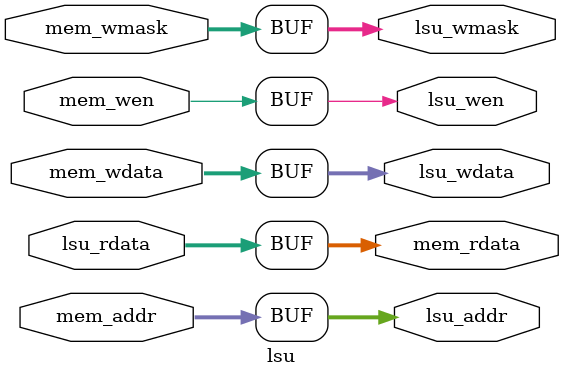
<source format=v>
/*
LSU(Load-Store Unit): 
负责根据控制信号控制存储器, 从存储器中读出数据, 或将数据写入存储器
*/
module lsu (

    input        mem_wen,
    input [31:0] mem_addr,
    input [31:0] mem_wdata,
    input [3:0]  mem_wmask,
    output [31:0] mem_rdata,
    output [31:0] lsu_addr,
    output        lsu_wen,
    output [31:0] lsu_wdata,
    output [3:0]  lsu_wmask,
    input  [31:0] lsu_rdata
);
    assign lsu_addr   = mem_addr;
    assign lsu_wen    = mem_wen;
    assign lsu_wdata  = mem_wdata;
    assign lsu_wmask  = mem_wmask;
    assign mem_rdata  = lsu_rdata;

endmodule

// module lsu (
//     input               clk,        // 时钟信号（用于写操作的时序控制）
//     input               mem_valid,  // 内存访问有效标志
//     input               mem_wen,    // 内存写使能（1为写，0为读）
//     input       [31:0]  mem_raddr,  // 内存读地址
//     input       [31:0]  mem_waddr,  // 内存写地址
//     input       [31:0]  mem_wdata,  // 内存写数据
//     input       [3:0]   mem_wmask,  // 内存写掩码（字节使能）
//     output reg  [31:0]  mem_rdata   // 内存读数据输出
// );
//     import "DPI-C" function int pmem_read(input int raddr);
//     import "DPI-C" function void pmem_write(
//         input int mem_waddr, input int mem_wdata, input byte mem_wmask);

//     always @(*) begin
//         if (mem_valid) begin
//             mem_rdata = pmem_read(mem_raddr);
//         end else begin
//             mem_rdata = 32'd0;
//         end
//     end

//     always @(posedge clk) begin
//         if (mem_valid && mem_wen) begin
//             pmem_write(mem_waddr, mem_wdata, mem_wmask);
//         end
//     end
// endmodule

</source>
